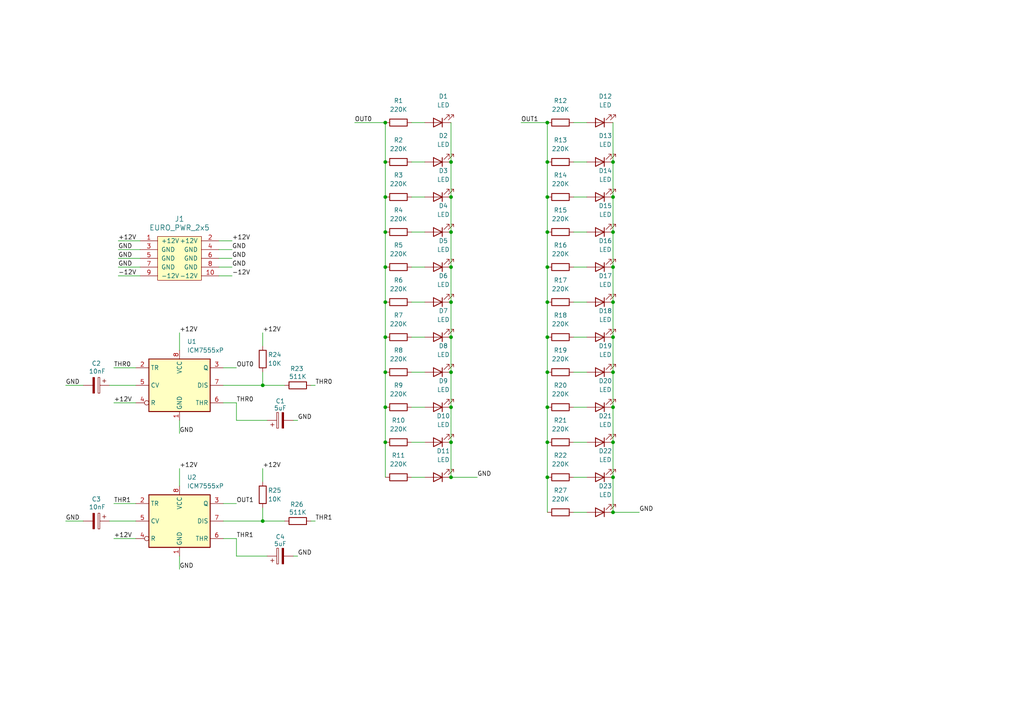
<source format=kicad_sch>
(kicad_sch (version 20231120) (generator "eeschema") (generator_version "8.0")
  (paper "A4")
  (lib_symbols
    (symbol "Device:LED" (pin_numbers hide) (pin_names (offset 1.016) hide)
      (property "Reference" "D" (at 0 2.54 0))
      (property "Value" "LED" (at 0 -2.54 0))
      (symbol "LED_0_1"
        (polyline (pts (xy -1.27 -1.27) (xy -1.27 1.27)) (stroke (width 0.254)))
        (polyline (pts (xy -1.27 0) (xy 1.27 0)))
        (polyline (pts (xy 1.27 -1.27) (xy 1.27 1.27) (xy -1.27 0) (xy 1.27 -1.27)) (stroke (width 0.254)))
        (polyline (pts (xy -3.048 -0.762) (xy -4.572 -2.286) (xy -3.81 -2.286) (xy -4.572 -2.286) (xy -4.572 -1.524)))
        (polyline (pts (xy -1.778 -0.762) (xy -3.302 -2.286) (xy -2.54 -2.286) (xy -3.302 -2.286) (xy -3.302 -1.524)))
      )
      (symbol "LED_1_1"
        (pin passive line (at -3.81 0 0) (length 2.54) (name "K") (number "1"))
        (pin passive line (at 3.81 0 180) (length 2.54) (name "A") (number "2"))
      )
    )
    (symbol "Seattle_Synths:C_Polarized" (pin_numbers hide) (pin_names (offset 0.254))
      (property "Reference" "C" (at 0.635 2.54 0))
      (property "Value" "C_Polarized" (at 0.635 -2.54 0))
      (symbol "C_Polarized_0_1"
        (rectangle (start -2.286 0.508) (end 2.286 1.016))
        (polyline (pts (xy -1.778 2.286) (xy -0.762 2.286)))
        (polyline (pts (xy -1.27 2.794) (xy -1.27 1.778)))
        (rectangle (start 2.286 -0.508) (end -2.286 -1.016) (fill (type outline)))
      )
      (symbol "C_Polarized_1_1"
        (pin passive line (at 0 3.81 270) (length 2.794) (name "~") (number "1"))
        (pin passive line (at 0 -3.81 90) (length 2.794) (name "~") (number "2"))
      )
    )
    (symbol "Seattle_Synths:EURO_PWR_2x5" (pin_names (offset 1.016))
      (property "Reference" "J" (at 0 -7.62 0))
      (property "Value" "EURO_PWR_2x5" (at 0 7.62 0))
      (symbol "EURO_PWR_2x5_0_1"
        (rectangle (start -6.35 6.35) (end 6.35 -6.35) (fill (type background)))
      )
      (symbol "EURO_PWR_2x5_1_1"
        (pin power_in line (at -11.43 5.08 0) (length 5.08) (name "+12V") (number "1"))
        (pin power_in line (at 11.43 -5.08 180) (length 5.08) (name "-12V") (number "10"))
        (pin power_in line (at 11.43 5.08 180) (length 5.08) (name "+12V") (number "2"))
        (pin power_in line (at -11.43 2.54 0) (length 5.08) (name "GND") (number "3"))
        (pin power_in line (at 11.43 2.54 180) (length 5.08) (name "GND") (number "4"))
        (pin power_in line (at -11.43 0 0) (length 5.08) (name "GND") (number "5"))
        (pin power_in line (at 11.43 0 180) (length 5.08) (name "GND") (number "6"))
        (pin power_in line (at -11.43 -2.54 0) (length 5.08) (name "GND") (number "7"))
        (pin power_in line (at 11.43 -2.54 180) (length 5.08) (name "GND") (number "8"))
        (pin power_in line (at -11.43 -5.08 0) (length 5.08) (name "-12V") (number "9"))
      )
    )
    (symbol "Seattle_Synths:R" (pin_numbers hide) (pin_names (offset 0))
      (property "Reference" "R" (at 2.032 0 90))
      (property "Value" "R" (at 0 0 90))
      (symbol "R_0_1"
        (rectangle (start -1.016 -2.54) (end 1.016 2.54) (stroke (width 0.254)))
      )
      (symbol "R_1_1"
        (pin passive line (at 0 3.81 270) (length 1.27) (name "~") (number "1"))
        (pin passive line (at 0 -3.81 90) (length 1.27) (name "~") (number "2"))
      )
    )
    (symbol "Timer:ICM7555xP"
      (property "Reference" "U" (at -10.16 8.89 0))
      (property "Value" "ICM7555xP" (at 2.54 8.89 0))
      (symbol "ICM7555xP_0_0"
        (pin power_in line (at 0 -10.16 90) (length 2.54) (name "GND") (number "1"))
        (pin power_in line (at 0 10.16 270) (length 2.54) (name "VCC") (number "8"))
      )
      (symbol "ICM7555xP_0_1"
        (rectangle (start -8.89 -7.62) (end 8.89 7.62) (stroke (width 0.254)) (fill (type background)))
        (rectangle (start -8.89 -7.62) (end 8.89 7.62) (stroke (width 0.254)) (fill (type background)))
      )
      (symbol "ICM7555xP_1_1"
        (pin input line (at -12.7 5.08 0) (length 3.81) (name "TR") (number "2"))
        (pin output line (at 12.7 5.08 180) (length 3.81) (name "Q") (number "3"))
        (pin input inverted (at -12.7 -5.08 0) (length 3.81) (name "R") (number "4"))
        (pin input line (at -12.7 0 0) (length 3.81) (name "CV") (number "5"))
        (pin input line (at 12.7 -5.08 180) (length 3.81) (name "THR") (number "6"))
        (pin input line (at 12.7 0 180) (length 3.81) (name "DIS") (number "7"))
      )
    )
  )
  (junction (at 158.75 128.27))
  (junction (at 130.81 97.79))
  (junction (at 111.76 107.95))
  (junction (at 130.81 118.11))
  (junction (at 177.8 138.43))
  (junction (at 158.75 107.95))
  (junction (at 111.76 77.47))
  (junction (at 177.8 118.11))
  (junction (at 111.76 46.99))
  (junction (at 158.75 77.47))
  (junction (at 76.2 151.13))
  (junction (at 177.8 46.99))
  (junction (at 177.8 77.47))
  (junction (at 158.75 46.99))
  (junction (at 111.76 97.79))
  (junction (at 177.8 57.15))
  (junction (at 130.81 138.43))
  (junction (at 177.8 87.63))
  (junction (at 130.81 46.99))
  (junction (at 177.8 128.27))
  (junction (at 130.81 67.31))
  (junction (at 158.75 57.15))
  (junction (at 130.81 57.15))
  (junction (at 111.76 87.63))
  (junction (at 130.81 87.63))
  (junction (at 111.76 35.56))
  (junction (at 130.81 107.95))
  (junction (at 158.75 35.56))
  (junction (at 158.75 118.11))
  (junction (at 130.81 128.27))
  (junction (at 177.8 67.31))
  (junction (at 111.76 128.27))
  (junction (at 158.75 67.31))
  (junction (at 130.81 77.47))
  (junction (at 177.8 107.95))
  (junction (at 158.75 138.43))
  (junction (at 76.2 111.76))
  (junction (at 111.76 67.31))
  (junction (at 158.75 87.63))
  (junction (at 177.8 97.79))
  (junction (at 177.8 148.59))
  (junction (at 111.76 57.15))
  (junction (at 158.75 97.79))
  (junction (at 111.76 118.11))
  (wire (pts (xy 19.05 151.13) (xy 24.13 151.13)))
  (wire (pts (xy 64.77 151.13) (xy 76.2 151.13)))
  (wire (pts (xy 34.29 77.47) (xy 40.64 77.47)))
  (wire (pts (xy 33.02 116.84) (xy 39.37 116.84)))
  (wire (pts (xy 63.5 80.01) (xy 67.31 80.01)))
  (wire (pts (xy 119.38 118.11) (xy 123.19 118.11)))
  (wire (pts (xy 111.76 67.31) (xy 111.76 77.47)))
  (wire (pts (xy 177.8 118.11) (xy 177.8 128.27)))
  (wire (pts (xy 64.77 106.68) (xy 68.58 106.68)))
  (wire (pts (xy 130.81 46.99) (xy 130.81 57.15)))
  (wire (pts (xy 34.29 72.39) (xy 40.64 72.39)))
  (wire (pts (xy 119.38 46.99) (xy 123.19 46.99)))
  (wire (pts (xy 90.17 151.13) (xy 91.44 151.13)))
  (wire (pts (xy 68.58 161.29) (xy 77.47 161.29)))
  (wire (pts (xy 119.38 67.31) (xy 123.19 67.31)))
  (wire (pts (xy 64.77 111.76) (xy 76.2 111.76)))
  (wire (pts (xy 111.76 35.56) (xy 111.76 46.99)))
  (wire (pts (xy 76.2 135.89) (xy 76.2 139.7)))
  (wire (pts (xy 130.81 138.43) (xy 138.43 138.43)))
  (wire (pts (xy 130.81 35.56) (xy 130.81 46.99)))
  (wire (pts (xy 63.5 69.85) (xy 67.31 69.85)))
  (wire (pts (xy 177.8 67.31) (xy 177.8 77.47)))
  (wire (pts (xy 64.77 146.05) (xy 68.58 146.05)))
  (wire (pts (xy 158.75 128.27) (xy 158.75 138.43)))
  (wire (pts (xy 158.75 77.47) (xy 158.75 87.63)))
  (wire (pts (xy 158.75 107.95) (xy 158.75 118.11)))
  (wire (pts (xy 130.81 128.27) (xy 130.81 138.43)))
  (wire (pts (xy 34.29 80.01) (xy 40.64 80.01)))
  (wire (pts (xy 102.87 35.56) (xy 111.76 35.56)))
  (wire (pts (xy 119.38 77.47) (xy 123.19 77.47)))
  (wire (pts (xy 76.2 111.76) (xy 82.55 111.76)))
  (wire (pts (xy 63.5 74.93) (xy 67.31 74.93)))
  (wire (pts (xy 166.37 118.11) (xy 170.18 118.11)))
  (wire (pts (xy 76.2 107.95) (xy 76.2 111.76)))
  (wire (pts (xy 130.81 107.95) (xy 130.81 118.11)))
  (wire (pts (xy 19.05 111.76) (xy 24.13 111.76)))
  (wire (pts (xy 52.07 121.92) (xy 52.07 125.73)))
  (wire (pts (xy 177.8 77.47) (xy 177.8 87.63)))
  (wire (pts (xy 158.75 118.11) (xy 158.75 128.27)))
  (wire (pts (xy 33.02 106.68) (xy 39.37 106.68)))
  (wire (pts (xy 68.58 121.92) (xy 77.47 121.92)))
  (wire (pts (xy 85.09 161.29) (xy 86.36 161.29)))
  (wire (pts (xy 64.77 156.21) (xy 68.58 156.21)))
  (wire (pts (xy 111.76 118.11) (xy 111.76 128.27)))
  (wire (pts (xy 166.37 46.99) (xy 170.18 46.99)))
  (wire (pts (xy 177.8 138.43) (xy 177.8 148.59)))
  (wire (pts (xy 166.37 138.43) (xy 170.18 138.43)))
  (wire (pts (xy 52.07 96.52) (xy 52.07 101.6)))
  (wire (pts (xy 85.09 121.92) (xy 86.36 121.92)))
  (wire (pts (xy 52.07 135.89) (xy 52.07 140.97)))
  (wire (pts (xy 76.2 96.52) (xy 76.2 100.33)))
  (wire (pts (xy 166.37 107.95) (xy 170.18 107.95)))
  (wire (pts (xy 166.37 57.15) (xy 170.18 57.15)))
  (wire (pts (xy 111.76 57.15) (xy 111.76 67.31)))
  (wire (pts (xy 119.38 87.63) (xy 123.19 87.63)))
  (wire (pts (xy 111.76 107.95) (xy 111.76 118.11)))
  (wire (pts (xy 177.8 35.56) (xy 177.8 46.99)))
  (wire (pts (xy 166.37 87.63) (xy 170.18 87.63)))
  (wire (pts (xy 130.81 57.15) (xy 130.81 67.31)))
  (wire (pts (xy 90.17 111.76) (xy 91.44 111.76)))
  (wire (pts (xy 31.75 151.13) (xy 39.37 151.13)))
  (wire (pts (xy 166.37 77.47) (xy 170.18 77.47)))
  (wire (pts (xy 166.37 148.59) (xy 170.18 148.59)))
  (wire (pts (xy 151.13 35.56) (xy 158.75 35.56)))
  (wire (pts (xy 158.75 46.99) (xy 158.75 57.15)))
  (wire (pts (xy 63.5 72.39) (xy 67.31 72.39)))
  (wire (pts (xy 130.81 118.11) (xy 130.81 128.27)))
  (wire (pts (xy 130.81 77.47) (xy 130.81 87.63)))
  (wire (pts (xy 166.37 97.79) (xy 170.18 97.79)))
  (wire (pts (xy 111.76 128.27) (xy 111.76 138.43)))
  (wire (pts (xy 33.02 146.05) (xy 39.37 146.05)))
  (wire (pts (xy 158.75 67.31) (xy 158.75 77.47)))
  (wire (pts (xy 111.76 87.63) (xy 111.76 97.79)))
  (wire (pts (xy 158.75 57.15) (xy 158.75 67.31)))
  (wire (pts (xy 68.58 156.21) (xy 68.58 161.29)))
  (wire (pts (xy 177.8 57.15) (xy 177.8 67.31)))
  (wire (pts (xy 111.76 97.79) (xy 111.76 107.95)))
  (wire (pts (xy 63.5 77.47) (xy 67.31 77.47)))
  (wire (pts (xy 158.75 87.63) (xy 158.75 97.79)))
  (wire (pts (xy 119.38 128.27) (xy 123.19 128.27)))
  (wire (pts (xy 130.81 67.31) (xy 130.81 77.47)))
  (wire (pts (xy 158.75 138.43) (xy 158.75 148.59)))
  (wire (pts (xy 68.58 116.84) (xy 68.58 121.92)))
  (wire (pts (xy 177.8 107.95) (xy 177.8 118.11)))
  (wire (pts (xy 130.81 97.79) (xy 130.81 107.95)))
  (wire (pts (xy 119.38 138.43) (xy 123.19 138.43)))
  (wire (pts (xy 119.38 35.56) (xy 123.19 35.56)))
  (wire (pts (xy 119.38 97.79) (xy 123.19 97.79)))
  (wire (pts (xy 130.81 87.63) (xy 130.81 97.79)))
  (wire (pts (xy 76.2 151.13) (xy 82.55 151.13)))
  (wire (pts (xy 52.07 161.29) (xy 52.07 165.1)))
  (wire (pts (xy 34.29 74.93) (xy 40.64 74.93)))
  (wire (pts (xy 111.76 77.47) (xy 111.76 87.63)))
  (wire (pts (xy 31.75 111.76) (xy 39.37 111.76)))
  (wire (pts (xy 177.8 97.79) (xy 177.8 107.95)))
  (wire (pts (xy 64.77 116.84) (xy 68.58 116.84)))
  (wire (pts (xy 34.29 69.85) (xy 40.64 69.85)))
  (wire (pts (xy 119.38 57.15) (xy 123.19 57.15)))
  (wire (pts (xy 166.37 67.31) (xy 170.18 67.31)))
  (wire (pts (xy 76.2 147.32) (xy 76.2 151.13)))
  (wire (pts (xy 119.38 107.95) (xy 123.19 107.95)))
  (wire (pts (xy 177.8 87.63) (xy 177.8 97.79)))
  (wire (pts (xy 177.8 46.99) (xy 177.8 57.15)))
  (wire (pts (xy 166.37 128.27) (xy 170.18 128.27)))
  (wire (pts (xy 177.8 148.59) (xy 185.42 148.59)))
  (wire (pts (xy 158.75 35.56) (xy 158.75 46.99)))
  (wire (pts (xy 177.8 128.27) (xy 177.8 138.43)))
  (wire (pts (xy 158.75 97.79) (xy 158.75 107.95)))
  (wire (pts (xy 33.02 156.21) (xy 39.37 156.21)))
  (wire (pts (xy 111.76 46.99) (xy 111.76 57.15)))
  (wire (pts (xy 166.37 35.56) (xy 170.18 35.56)))
  (label "GND" (at 67.31 72.39 0))
  (label "THR0" (at 33.02 106.68 0))
  (label "THR0" (at 68.58 116.84 0))
  (label "-12V" (at 67.31 80.01 0))
  (label "GND" (at 34.29 77.47 0))
  (label "GND" (at 34.29 72.39 0))
  (label "OUT0" (at 102.87 35.56 0))
  (label "GND" (at 19.05 151.13 0))
  (label "GND" (at 185.42 148.59 0))
  (label "GND" (at 19.05 111.76 0))
  (label "GND" (at 86.36 121.92 0))
  (label "+12V" (at 67.31 69.85 0))
  (label "+12V" (at 76.2 135.89 0))
  (label "OUT1" (at 68.58 146.05 0))
  (label "THR1" (at 33.02 146.05 0))
  (label "OUT0" (at 68.58 106.68 0))
  (label "THR1" (at 68.58 156.21 0))
  (label "+12V" (at 33.02 116.84 0))
  (label "GND" (at 86.36 161.29 0))
  (label "+12V" (at 52.07 135.89 0))
  (label "GND" (at 67.31 77.47 0))
  (label "GND" (at 67.31 74.93 0))
  (label "THR1" (at 91.44 151.13 0))
  (label "GND" (at 138.43 138.43 0))
  (label "GND" (at 34.29 74.93 0))
  (label "+12V" (at 33.02 156.21 0))
  (label "THR0" (at 91.44 111.76 0))
  (label "+12V" (at 76.2 96.52 0))
  (label "+12V" (at 34.29 69.85 0))
  (label "+12V" (at 52.07 96.52 0))
  (label "GND" (at 52.07 125.73 0))
  (label "OUT1" (at 151.13 35.56 0))
  (label "-12V" (at 34.29 80.01 0))
  (label "GND" (at 52.07 165.1 0))
  (symbol (lib_id "Seattle_Synths:R") (at 162.56 138.43 90) (unit 1)
    (property "Reference" "R22" (at 162.56 132.08 90))
    (property "Value" "220K" (at 162.56 134.62 90))
    (property "Footprint" "Seattle_Synths:R_Axial_DIN0207_L6.3mm_D2.5mm_P10.16mm_Horizontal" (effects (hide yes)))
    (property "Description" "Resistor" (effects (hide yes)))
  )
  (symbol (lib_id "Device:LED") (at 127 77.47 180) (unit 1)
    (property "Reference" "D5" (at 128.5875 69.85 0))
    (property "Value" "LED" (at 128.5875 72.39 0))
    (property "Footprint" "Seattle_Synths:LED_D5.0mm" (effects (hide yes)))
    (property "Description" "Light emitting diode" (effects (hide yes)))
  )
  (symbol (lib_id "Seattle_Synths:C_Polarized") (at 27.94 151.13 270) (unit 1)
    (property "Reference" "C3" (at 27.94 144.78 90))
    (property "Value" "10nF" (at 28.194 147.066 90))
    (property "Footprint" "Seattle_Synths:CP_Radial_D5.0mm_P2.50mm" (effects (hide yes)))
    (property "Description" "Polarized capacitor" (effects (hide yes)))
  )
  (symbol (lib_id "Seattle_Synths:R") (at 162.56 128.27 90) (unit 1)
    (property "Reference" "R21" (at 162.56 121.92 90))
    (property "Value" "220K" (at 162.56 124.46 90))
    (property "Footprint" "Seattle_Synths:R_Axial_DIN0207_L6.3mm_D2.5mm_P10.16mm_Horizontal" (effects (hide yes)))
    (property "Description" "Resistor" (effects (hide yes)))
  )
  (symbol (lib_id "Seattle_Synths:R") (at 162.56 97.79 90) (unit 1)
    (property "Reference" "R18" (at 162.56 91.44 90))
    (property "Value" "220K" (at 162.56 93.98 90))
    (property "Footprint" "Seattle_Synths:R_Axial_DIN0207_L6.3mm_D2.5mm_P10.16mm_Horizontal" (effects (hide yes)))
    (property "Description" "Resistor" (effects (hide yes)))
  )
  (symbol (lib_id "Seattle_Synths:C_Polarized") (at 81.28 121.92 90) (unit 1)
    (property "Reference" "C1" (at 81.28 116.332 90))
    (property "Value" "5uF" (at 81.28 118.364 90))
    (property "Footprint" "Seattle_Synths:CP_Radial_D5.0mm_P2.50mm" (effects (hide yes)))
    (property "Description" "Polarized capacitor" (effects (hide yes)))
  )
  (symbol (lib_id "Device:LED") (at 127 138.43 180) (unit 1)
    (property "Reference" "D11" (at 128.5875 130.81 0))
    (property "Value" "LED" (at 128.5875 133.35 0))
    (property "Footprint" "Seattle_Synths:LED_D5.0mm" (effects (hide yes)))
    (property "Description" "Light emitting diode" (effects (hide yes)))
  )
  (symbol (lib_id "Device:LED") (at 173.99 77.47 180) (unit 1)
    (property "Reference" "D16" (at 175.5775 69.85 0))
    (property "Value" "LED" (at 175.5775 72.39 0))
    (property "Footprint" "Seattle_Synths:LED_D3.0mm" (effects (hide yes)))
    (property "Description" "Light emitting diode" (effects (hide yes)))
  )
  (symbol (lib_id "Seattle_Synths:R") (at 76.2 104.14 0) (unit 1)
    (property "Reference" "R24" (at 77.724 102.87 0) (effects (justify left)))
    (property "Value" "10K" (at 77.724 105.41 0) (effects (justify left)))
    (property "Footprint" "Seattle_Synths:R_Axial_DIN0207_L6.3mm_D2.5mm_P10.16mm_Horizontal" (effects (hide yes)))
    (property "Description" "Resistor" (effects (hide yes)))
  )
  (symbol (lib_id "Device:LED") (at 173.99 57.15 180) (unit 1)
    (property "Reference" "D14" (at 175.5775 49.53 0))
    (property "Value" "LED" (at 175.5775 52.07 0))
    (property "Footprint" "Seattle_Synths:LED_D3.0mm" (effects (hide yes)))
    (property "Description" "Light emitting diode" (effects (hide yes)))
  )
  (symbol (lib_id "Seattle_Synths:R") (at 162.56 77.47 90) (unit 1)
    (property "Reference" "R16" (at 162.56 71.12 90))
    (property "Value" "220K" (at 162.56 73.66 90))
    (property "Footprint" "Seattle_Synths:R_Axial_DIN0207_L6.3mm_D2.5mm_P10.16mm_Horizontal" (effects (hide yes)))
    (property "Description" "Resistor" (effects (hide yes)))
  )
  (symbol (lib_id "Device:LED") (at 173.99 128.27 180) (unit 1)
    (property "Reference" "D21" (at 175.5775 120.65 0))
    (property "Value" "LED" (at 175.5775 123.19 0))
    (property "Footprint" "Seattle_Synths:LED_D3.0mm" (effects (hide yes)))
    (property "Description" "Light emitting diode" (effects (hide yes)))
  )
  (symbol (lib_id "Seattle_Synths:R") (at 162.56 67.31 90) (unit 1)
    (property "Reference" "R15" (at 162.56 60.96 90))
    (property "Value" "220K" (at 162.56 63.5 90))
    (property "Footprint" "Seattle_Synths:R_Axial_DIN0207_L6.3mm_D2.5mm_P10.16mm_Horizontal" (effects (hide yes)))
    (property "Description" "Resistor" (effects (hide yes)))
  )
  (symbol (lib_id "Seattle_Synths:R") (at 162.56 57.15 90) (unit 1)
    (property "Reference" "R14" (at 162.56 50.8 90))
    (property "Value" "220K" (at 162.56 53.34 90))
    (property "Footprint" "Seattle_Synths:R_Axial_DIN0207_L6.3mm_D2.5mm_P10.16mm_Horizontal" (effects (hide yes)))
    (property "Description" "Resistor" (effects (hide yes)))
  )
  (symbol (lib_id "Device:LED") (at 127 57.15 180) (unit 1)
    (property "Reference" "D3" (at 128.5875 49.53 0))
    (property "Value" "LED" (at 128.5875 52.07 0))
    (property "Footprint" "Seattle_Synths:LED_D5.0mm" (effects (hide yes)))
    (property "Description" "Light emitting diode" (effects (hide yes)))
  )
  (symbol (lib_id "Seattle_Synths:R") (at 115.57 97.79 90) (unit 1)
    (property "Reference" "R7" (at 115.57 91.44 90))
    (property "Value" "220K" (at 115.57 93.98 90))
    (property "Footprint" "Seattle_Synths:R_Axial_DIN0207_L6.3mm_D2.5mm_P10.16mm_Horizontal" (effects (hide yes)))
    (property "Description" "Resistor" (effects (hide yes)))
  )
  (symbol (lib_id "Seattle_Synths:C_Polarized") (at 81.28 161.29 90) (unit 1)
    (property "Reference" "C4" (at 81.28 155.702 90))
    (property "Value" "5uF" (at 81.28 157.734 90))
    (property "Footprint" "Seattle_Synths:CP_Radial_D5.0mm_P2.50mm" (effects (hide yes)))
    (property "Description" "Polarized capacitor" (effects (hide yes)))
  )
  (symbol (lib_id "Device:LED") (at 127 35.56 180) (unit 1)
    (property "Reference" "D1" (at 128.5875 27.94 0))
    (property "Value" "LED" (at 128.5875 30.48 0))
    (property "Footprint" "Seattle_Synths:LED_D5.0mm" (effects (hide yes)))
    (property "Description" "Light emitting diode" (effects (hide yes)))
  )
  (symbol (lib_id "Seattle_Synths:R") (at 162.56 107.95 90) (unit 1)
    (property "Reference" "R19" (at 162.56 101.6 90))
    (property "Value" "220K" (at 162.56 104.14 90))
    (property "Footprint" "Seattle_Synths:R_Axial_DIN0207_L6.3mm_D2.5mm_P10.16mm_Horizontal" (effects (hide yes)))
    (property "Description" "Resistor" (effects (hide yes)))
  )
  (symbol (lib_id "Device:LED") (at 127 46.99 180) (unit 1)
    (property "Reference" "D2" (at 128.5875 39.37 0))
    (property "Value" "LED" (at 128.5875 41.91 0))
    (property "Footprint" "Seattle_Synths:LED_D5.0mm" (effects (hide yes)))
    (property "Description" "Light emitting diode" (effects (hide yes)))
  )
  (symbol (lib_id "Device:LED") (at 127 97.79 180) (unit 1)
    (property "Reference" "D7" (at 128.5875 90.17 0))
    (property "Value" "LED" (at 128.5875 92.71 0))
    (property "Footprint" "Seattle_Synths:LED_D5.0mm" (effects (hide yes)))
    (property "Description" "Light emitting diode" (effects (hide yes)))
  )
  (symbol (lib_id "Seattle_Synths:R") (at 86.36 111.76 90) (unit 1)
    (property "Reference" "R23" (at 86.106 106.934 90))
    (property "Value" "511K" (at 86.36 109.22 90))
    (property "Footprint" "Seattle_Synths:R_Axial_DIN0207_L6.3mm_D2.5mm_P10.16mm_Horizontal" (effects (hide yes)))
    (property "Description" "Resistor" (effects (hide yes)))
  )
  (symbol (lib_id "Seattle_Synths:R") (at 115.57 128.27 90) (unit 1)
    (property "Reference" "R10" (at 115.57 121.92 90))
    (property "Value" "220K" (at 115.57 124.46 90))
    (property "Footprint" "Seattle_Synths:R_Axial_DIN0207_L6.3mm_D2.5mm_P10.16mm_Horizontal" (effects (hide yes)))
    (property "Description" "Resistor" (effects (hide yes)))
  )
  (symbol (lib_id "Seattle_Synths:R") (at 115.57 118.11 90) (unit 1)
    (property "Reference" "R9" (at 115.57 111.76 90))
    (property "Value" "220K" (at 115.57 114.3 90))
    (property "Footprint" "Seattle_Synths:R_Axial_DIN0207_L6.3mm_D2.5mm_P10.16mm_Horizontal" (effects (hide yes)))
    (property "Description" "Resistor" (effects (hide yes)))
  )
  (symbol (lib_id "Device:LED") (at 127 87.63 180) (unit 1)
    (property "Reference" "D6" (at 128.5875 80.01 0))
    (property "Value" "LED" (at 128.5875 82.55 0))
    (property "Footprint" "Seattle_Synths:LED_D5.0mm" (effects (hide yes)))
    (property "Description" "Light emitting diode" (effects (hide yes)))
  )
  (symbol (lib_id "Seattle_Synths:R") (at 115.57 35.56 90) (unit 1)
    (property "Reference" "R1" (at 115.57 29.21 90))
    (property "Value" "220K" (at 115.57 31.75 90))
    (property "Footprint" "Seattle_Synths:R_Axial_DIN0207_L6.3mm_D2.5mm_P10.16mm_Horizontal" (effects (hide yes)))
    (property "Description" "Resistor" (effects (hide yes)))
  )
  (symbol (lib_id "Timer:ICM7555xP") (at 52.07 111.76 0) (unit 1)
    (property "Reference" "U1" (at 54.2641 99.06 0) (effects (justify left)))
    (property "Value" "ICM7555xP" (at 54.2641 101.6 0) (effects (justify left)))
    (property "Footprint" "Package_DIP:DIP-8_W7.62mm" (effects (hide yes)))
    (property "Datasheet" "http://www.intersil.com/content/dam/Intersil/documents/icm7/icm7555-56.pdf" (effects (hide yes)))
    (property "Description" "CMOS General Purpose Timer, 555 compatible, PDIP-8" (effects (hide yes)))
  )
  (symbol (lib_id "Seattle_Synths:R") (at 115.57 67.31 90) (unit 1)
    (property "Reference" "R4" (at 115.57 60.96 90))
    (property "Value" "220K" (at 115.57 63.5 90))
    (property "Footprint" "Seattle_Synths:R_Axial_DIN0207_L6.3mm_D2.5mm_P10.16mm_Horizontal" (effects (hide yes)))
    (property "Description" "Resistor" (effects (hide yes)))
  )
  (symbol (lib_id "Device:LED") (at 127 128.27 180) (unit 1)
    (property "Reference" "D10" (at 128.5875 120.65 0))
    (property "Value" "LED" (at 128.5875 123.19 0))
    (property "Footprint" "Seattle_Synths:LED_D5.0mm" (effects (hide yes)))
    (property "Description" "Light emitting diode" (effects (hide yes)))
  )
  (symbol (lib_id "Seattle_Synths:R") (at 162.56 148.59 90) (unit 1)
    (property "Reference" "R27" (at 162.56 142.24 90))
    (property "Value" "220K" (at 162.56 144.78 90))
    (property "Footprint" "Seattle_Synths:R_Axial_DIN0207_L6.3mm_D2.5mm_P10.16mm_Horizontal" (effects (hide yes)))
    (property "Description" "Resistor" (effects (hide yes)))
  )
  (symbol (lib_id "Device:LED") (at 173.99 46.99 180) (unit 1)
    (property "Reference" "D13" (at 175.5775 39.37 0))
    (property "Value" "LED" (at 175.5775 41.91 0))
    (property "Footprint" "Seattle_Synths:LED_D3.0mm" (effects (hide yes)))
    (property "Description" "Light emitting diode" (effects (hide yes)))
  )
  (symbol (lib_id "Seattle_Synths:R") (at 115.57 138.43 90) (unit 1)
    (property "Reference" "R11" (at 115.57 132.08 90))
    (property "Value" "220K" (at 115.57 134.62 90))
    (property "Footprint" "Seattle_Synths:R_Axial_DIN0207_L6.3mm_D2.5mm_P10.16mm_Horizontal" (effects (hide yes)))
    (property "Description" "Resistor" (effects (hide yes)))
  )
  (symbol (lib_id "Seattle_Synths:R") (at 115.57 46.99 90) (unit 1)
    (property "Reference" "R2" (at 115.57 40.64 90))
    (property "Value" "220K" (at 115.57 43.18 90))
    (property "Footprint" "Seattle_Synths:R_Axial_DIN0207_L6.3mm_D2.5mm_P10.16mm_Horizontal" (effects (hide yes)))
    (property "Description" "Resistor" (effects (hide yes)))
  )
  (symbol (lib_id "Seattle_Synths:R") (at 162.56 87.63 90) (unit 1)
    (property "Reference" "R17" (at 162.56 81.28 90))
    (property "Value" "220K" (at 162.56 83.82 90))
    (property "Footprint" "Seattle_Synths:R_Axial_DIN0207_L6.3mm_D2.5mm_P10.16mm_Horizontal" (effects (hide yes)))
    (property "Description" "Resistor" (effects (hide yes)))
  )
  (symbol (lib_id "Seattle_Synths:C_Polarized") (at 27.94 111.76 270) (unit 1)
    (property "Reference" "C2" (at 27.94 105.41 90))
    (property "Value" "10nF" (at 28.194 107.696 90))
    (property "Footprint" "Seattle_Synths:CP_Radial_D5.0mm_P2.50mm" (effects (hide yes)))
    (property "Description" "Polarized capacitor" (effects (hide yes)))
  )
  (symbol (lib_id "Device:LED") (at 173.99 138.43 180) (unit 1)
    (property "Reference" "D22" (at 175.5775 130.81 0))
    (property "Value" "LED" (at 175.5775 133.35 0))
    (property "Footprint" "Seattle_Synths:LED_D3.0mm" (effects (hide yes)))
    (property "Description" "Light emitting diode" (effects (hide yes)))
  )
  (symbol (lib_id "Device:LED") (at 173.99 87.63 180) (unit 1)
    (property "Reference" "D17" (at 175.5775 80.01 0))
    (property "Value" "LED" (at 175.5775 82.55 0))
    (property "Footprint" "Seattle_Synths:LED_D3.0mm" (effects (hide yes)))
    (property "Description" "Light emitting diode" (effects (hide yes)))
  )
  (symbol (lib_id "Device:LED") (at 173.99 118.11 180) (unit 1)
    (property "Reference" "D20" (at 175.5775 110.49 0))
    (property "Value" "LED" (at 175.5775 113.03 0))
    (property "Footprint" "Seattle_Synths:LED_D3.0mm" (effects (hide yes)))
    (property "Description" "Light emitting diode" (effects (hide yes)))
  )
  (symbol (lib_id "Seattle_Synths:R") (at 115.57 87.63 90) (unit 1)
    (property "Reference" "R6" (at 115.57 81.28 90))
    (property "Value" "220K" (at 115.57 83.82 90))
    (property "Footprint" "Seattle_Synths:R_Axial_DIN0207_L6.3mm_D2.5mm_P10.16mm_Horizontal" (effects (hide yes)))
    (property "Description" "Resistor" (effects (hide yes)))
  )
  (symbol (lib_id "Seattle_Synths:R") (at 76.2 143.51 0) (unit 1)
    (property "Reference" "R25" (at 77.724 142.24 0) (effects (justify left)))
    (property "Value" "10K" (at 77.724 144.78 0) (effects (justify left)))
    (property "Footprint" "Seattle_Synths:R_Axial_DIN0207_L6.3mm_D2.5mm_P10.16mm_Horizontal" (effects (hide yes)))
    (property "Description" "Resistor" (effects (hide yes)))
  )
  (symbol (lib_id "Seattle_Synths:R") (at 162.56 46.99 90) (unit 1)
    (property "Reference" "R13" (at 162.56 40.64 90))
    (property "Value" "220K" (at 162.56 43.18 90))
    (property "Footprint" "Seattle_Synths:R_Axial_DIN0207_L6.3mm_D2.5mm_P10.16mm_Horizontal" (effects (hide yes)))
    (property "Description" "Resistor" (effects (hide yes)))
  )
  (symbol (lib_id "Seattle_Synths:R") (at 115.57 107.95 90) (unit 1)
    (property "Reference" "R8" (at 115.57 101.6 90))
    (property "Value" "220K" (at 115.57 104.14 90))
    (property "Footprint" "Seattle_Synths:R_Axial_DIN0207_L6.3mm_D2.5mm_P10.16mm_Horizontal" (effects (hide yes)))
    (property "Description" "Resistor" (effects (hide yes)))
  )
  (symbol (lib_id "Device:LED") (at 127 67.31 180) (unit 1)
    (property "Reference" "D4" (at 128.5875 59.69 0))
    (property "Value" "LED" (at 128.5875 62.23 0))
    (property "Footprint" "Seattle_Synths:LED_D5.0mm" (effects (hide yes)))
    (property "Description" "Light emitting diode" (effects (hide yes)))
  )
  (symbol (lib_id "Timer:ICM7555xP") (at 52.07 151.13 0) (unit 1)
    (property "Reference" "U2" (at 54.2641 138.43 0) (effects (justify left)))
    (property "Value" "ICM7555xP" (at 54.2641 140.97 0) (effects (justify left)))
    (property "Footprint" "Package_DIP:DIP-8_W7.62mm" (effects (hide yes)))
    (property "Datasheet" "http://www.intersil.com/content/dam/Intersil/documents/icm7/icm7555-56.pdf" (effects (hide yes)))
    (property "Description" "CMOS General Purpose Timer, 555 compatible, PDIP-8" (effects (hide yes)))
  )
  (symbol (lib_id "Seattle_Synths:R") (at 86.36 151.13 90) (unit 1)
    (property "Reference" "R26" (at 86.106 146.304 90))
    (property "Value" "511K" (at 86.36 148.59 90))
    (property "Footprint" "Seattle_Synths:R_Axial_DIN0207_L6.3mm_D2.5mm_P10.16mm_Horizontal" (effects (hide yes)))
    (property "Description" "Resistor" (effects (hide yes)))
  )
  (symbol (lib_id "Device:LED") (at 173.99 97.79 180) (unit 1)
    (property "Reference" "D18" (at 175.5775 90.17 0))
    (property "Value" "LED" (at 175.5775 92.71 0))
    (property "Footprint" "Seattle_Synths:LED_D3.0mm" (effects (hide yes)))
    (property "Description" "Light emitting diode" (effects (hide yes)))
  )
  (symbol (lib_id "Seattle_Synths:R") (at 162.56 35.56 90) (unit 1)
    (property "Reference" "R12" (at 162.56 29.21 90))
    (property "Value" "220K" (at 162.56 31.75 90))
    (property "Footprint" "Seattle_Synths:R_Axial_DIN0207_L6.3mm_D2.5mm_P10.16mm_Horizontal" (effects (hide yes)))
    (property "Description" "Resistor" (effects (hide yes)))
  )
  (symbol (lib_id "Device:LED") (at 173.99 35.56 180) (unit 1)
    (property "Reference" "D12" (at 175.5775 27.94 0))
    (property "Value" "LED" (at 175.5775 30.48 0))
    (property "Footprint" "Seattle_Synths:LED_D3.0mm" (effects (hide yes)))
    (property "Description" "Light emitting diode" (effects (hide yes)))
  )
  (symbol (lib_id "Device:LED") (at 173.99 67.31 180) (unit 1)
    (property "Reference" "D15" (at 175.5775 59.69 0))
    (property "Value" "LED" (at 175.5775 62.23 0))
    (property "Footprint" "Seattle_Synths:LED_D3.0mm" (effects (hide yes)))
    (property "Description" "Light emitting diode" (effects (hide yes)))
  )
  (symbol (lib_id "Device:LED") (at 127 107.95 180) (unit 1)
    (property "Reference" "D8" (at 128.5875 100.33 0))
    (property "Value" "LED" (at 128.5875 102.87 0))
    (property "Footprint" "Seattle_Synths:LED_D5.0mm" (effects (hide yes)))
    (property "Description" "Light emitting diode" (effects (hide yes)))
  )
  (symbol (lib_id "Device:LED") (at 127 118.11 180) (unit 1)
    (property "Reference" "D9" (at 128.5875 110.49 0))
    (property "Value" "LED" (at 128.5875 113.03 0))
    (property "Footprint" "Seattle_Synths:LED_D5.0mm" (effects (hide yes)))
    (property "Description" "Light emitting diode" (effects (hide yes)))
  )
  (symbol (lib_id "Seattle_Synths:EURO_PWR_2x5") (at 52.07 74.93 0) (unit 1)
    (property "Reference" "J1" (at 52.07 63.5 0) (effects (font (size 1.524 1.524))))
    (property "Value" "EURO_PWR_2x5" (at 52.07 66.04 0) (effects (font (size 1.524 1.524))))
    (property "Footprint" "Seattle_Synths:PinHeader_2x05_P2.54mm_Vertical" (effects (hide yes)))
  )
  (symbol (lib_id "Device:LED") (at 173.99 148.59 180) (unit 1)
    (property "Reference" "D23" (at 175.5775 140.97 0))
    (property "Value" "LED" (at 175.5775 143.51 0))
    (property "Footprint" "Seattle_Synths:LED_D3.0mm" (effects (hide yes)))
    (property "Description" "Light emitting diode" (effects (hide yes)))
  )
  (symbol (lib_id "Seattle_Synths:R") (at 162.56 118.11 90) (unit 1)
    (property "Reference" "R20" (at 162.56 111.76 90))
    (property "Value" "220K" (at 162.56 114.3 90))
    (property "Footprint" "Seattle_Synths:R_Axial_DIN0207_L6.3mm_D2.5mm_P10.16mm_Horizontal" (effects (hide yes)))
    (property "Description" "Resistor" (effects (hide yes)))
  )
  (symbol (lib_id "Seattle_Synths:R") (at 115.57 77.47 90) (unit 1)
    (property "Reference" "R5" (at 115.57 71.12 90))
    (property "Value" "220K" (at 115.57 73.66 90))
    (property "Footprint" "Seattle_Synths:R_Axial_DIN0207_L6.3mm_D2.5mm_P10.16mm_Horizontal" (effects (hide yes)))
    (property "Description" "Resistor" (effects (hide yes)))
  )
  (symbol (lib_id "Seattle_Synths:R") (at 115.57 57.15 90) (unit 1)
    (property "Reference" "R3" (at 115.57 50.8 90))
    (property "Value" "220K" (at 115.57 53.34 90))
    (property "Footprint" "Seattle_Synths:R_Axial_DIN0207_L6.3mm_D2.5mm_P10.16mm_Horizontal" (effects (hide yes)))
    (property "Description" "Resistor" (effects (hide yes)))
  )
  (symbol (lib_id "Device:LED") (at 173.99 107.95 180) (unit 1)
    (property "Reference" "D19" (at 175.5775 100.33 0))
    (property "Value" "LED" (at 175.5775 102.87 0))
    (property "Footprint" "Seattle_Synths:LED_D3.0mm" (effects (hide yes)))
    (property "Description" "Light emitting diode" (effects (hide yes)))
  )
)
</source>
